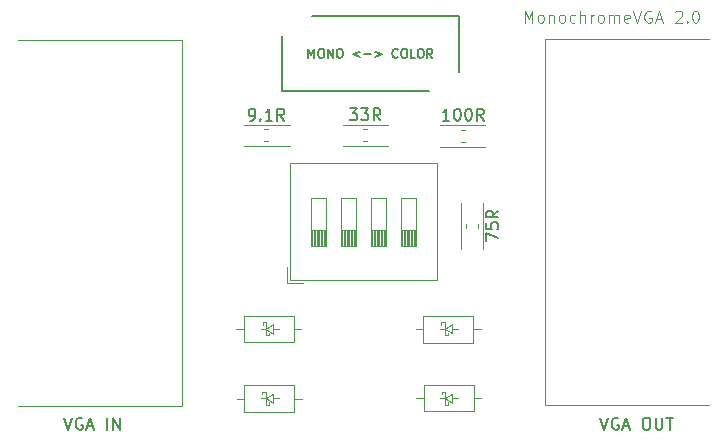
<source format=gbr>
G04 #@! TF.GenerationSoftware,KiCad,Pcbnew,(5.1.4)-1*
G04 #@! TF.CreationDate,2020-11-25T10:34:19+01:00*
G04 #@! TF.ProjectId,MonochromeVGA,4d6f6e6f-6368-4726-9f6d-655647412e6b,rev?*
G04 #@! TF.SameCoordinates,Original*
G04 #@! TF.FileFunction,Legend,Top*
G04 #@! TF.FilePolarity,Positive*
%FSLAX46Y46*%
G04 Gerber Fmt 4.6, Leading zero omitted, Abs format (unit mm)*
G04 Created by KiCad (PCBNEW (5.1.4)-1) date 2020-11-25 10:34:19*
%MOMM*%
%LPD*%
G04 APERTURE LIST*
%ADD10C,0.125000*%
%ADD11C,0.120000*%
%ADD12C,0.100000*%
%ADD13C,0.200000*%
%ADD14C,0.150000*%
%ADD15C,0.187500*%
G04 APERTURE END LIST*
D10*
X162152857Y-88282380D02*
X162152857Y-87282380D01*
X162486190Y-87996666D01*
X162819523Y-87282380D01*
X162819523Y-88282380D01*
X163438571Y-88282380D02*
X163343333Y-88234761D01*
X163295714Y-88187142D01*
X163248095Y-88091904D01*
X163248095Y-87806190D01*
X163295714Y-87710952D01*
X163343333Y-87663333D01*
X163438571Y-87615714D01*
X163581428Y-87615714D01*
X163676666Y-87663333D01*
X163724285Y-87710952D01*
X163771904Y-87806190D01*
X163771904Y-88091904D01*
X163724285Y-88187142D01*
X163676666Y-88234761D01*
X163581428Y-88282380D01*
X163438571Y-88282380D01*
X164200476Y-87615714D02*
X164200476Y-88282380D01*
X164200476Y-87710952D02*
X164248095Y-87663333D01*
X164343333Y-87615714D01*
X164486190Y-87615714D01*
X164581428Y-87663333D01*
X164629047Y-87758571D01*
X164629047Y-88282380D01*
X165248095Y-88282380D02*
X165152857Y-88234761D01*
X165105238Y-88187142D01*
X165057619Y-88091904D01*
X165057619Y-87806190D01*
X165105238Y-87710952D01*
X165152857Y-87663333D01*
X165248095Y-87615714D01*
X165390952Y-87615714D01*
X165486190Y-87663333D01*
X165533809Y-87710952D01*
X165581428Y-87806190D01*
X165581428Y-88091904D01*
X165533809Y-88187142D01*
X165486190Y-88234761D01*
X165390952Y-88282380D01*
X165248095Y-88282380D01*
X166438571Y-88234761D02*
X166343333Y-88282380D01*
X166152857Y-88282380D01*
X166057619Y-88234761D01*
X166010000Y-88187142D01*
X165962380Y-88091904D01*
X165962380Y-87806190D01*
X166010000Y-87710952D01*
X166057619Y-87663333D01*
X166152857Y-87615714D01*
X166343333Y-87615714D01*
X166438571Y-87663333D01*
X166867142Y-88282380D02*
X166867142Y-87282380D01*
X167295714Y-88282380D02*
X167295714Y-87758571D01*
X167248095Y-87663333D01*
X167152857Y-87615714D01*
X167010000Y-87615714D01*
X166914761Y-87663333D01*
X166867142Y-87710952D01*
X167771904Y-88282380D02*
X167771904Y-87615714D01*
X167771904Y-87806190D02*
X167819523Y-87710952D01*
X167867142Y-87663333D01*
X167962380Y-87615714D01*
X168057619Y-87615714D01*
X168533809Y-88282380D02*
X168438571Y-88234761D01*
X168390952Y-88187142D01*
X168343333Y-88091904D01*
X168343333Y-87806190D01*
X168390952Y-87710952D01*
X168438571Y-87663333D01*
X168533809Y-87615714D01*
X168676666Y-87615714D01*
X168771904Y-87663333D01*
X168819523Y-87710952D01*
X168867142Y-87806190D01*
X168867142Y-88091904D01*
X168819523Y-88187142D01*
X168771904Y-88234761D01*
X168676666Y-88282380D01*
X168533809Y-88282380D01*
X169295714Y-88282380D02*
X169295714Y-87615714D01*
X169295714Y-87710952D02*
X169343333Y-87663333D01*
X169438571Y-87615714D01*
X169581428Y-87615714D01*
X169676666Y-87663333D01*
X169724285Y-87758571D01*
X169724285Y-88282380D01*
X169724285Y-87758571D02*
X169771904Y-87663333D01*
X169867142Y-87615714D01*
X170010000Y-87615714D01*
X170105238Y-87663333D01*
X170152857Y-87758571D01*
X170152857Y-88282380D01*
X171010000Y-88234761D02*
X170914761Y-88282380D01*
X170724285Y-88282380D01*
X170629047Y-88234761D01*
X170581428Y-88139523D01*
X170581428Y-87758571D01*
X170629047Y-87663333D01*
X170724285Y-87615714D01*
X170914761Y-87615714D01*
X171010000Y-87663333D01*
X171057619Y-87758571D01*
X171057619Y-87853809D01*
X170581428Y-87949047D01*
X171343333Y-87282380D02*
X171676666Y-88282380D01*
X172010000Y-87282380D01*
X172867142Y-87330000D02*
X172771904Y-87282380D01*
X172629047Y-87282380D01*
X172486190Y-87330000D01*
X172390952Y-87425238D01*
X172343333Y-87520476D01*
X172295714Y-87710952D01*
X172295714Y-87853809D01*
X172343333Y-88044285D01*
X172390952Y-88139523D01*
X172486190Y-88234761D01*
X172629047Y-88282380D01*
X172724285Y-88282380D01*
X172867142Y-88234761D01*
X172914761Y-88187142D01*
X172914761Y-87853809D01*
X172724285Y-87853809D01*
X173295714Y-87996666D02*
X173771904Y-87996666D01*
X173200476Y-88282380D02*
X173533809Y-87282380D01*
X173867142Y-88282380D01*
X174914761Y-87377619D02*
X174962380Y-87330000D01*
X175057619Y-87282380D01*
X175295714Y-87282380D01*
X175390952Y-87330000D01*
X175438571Y-87377619D01*
X175486190Y-87472857D01*
X175486190Y-87568095D01*
X175438571Y-87710952D01*
X174867142Y-88282380D01*
X175486190Y-88282380D01*
X175914761Y-88187142D02*
X175962380Y-88234761D01*
X175914761Y-88282380D01*
X175867142Y-88234761D01*
X175914761Y-88187142D01*
X175914761Y-88282380D01*
X176581428Y-87282380D02*
X176676666Y-87282380D01*
X176771904Y-87330000D01*
X176819523Y-87377619D01*
X176867142Y-87472857D01*
X176914761Y-87663333D01*
X176914761Y-87901428D01*
X176867142Y-88091904D01*
X176819523Y-88187142D01*
X176771904Y-88234761D01*
X176676666Y-88282380D01*
X176581428Y-88282380D01*
X176486190Y-88234761D01*
X176438571Y-88187142D01*
X176390952Y-88091904D01*
X176343333Y-87901428D01*
X176343333Y-87663333D01*
X176390952Y-87472857D01*
X176438571Y-87377619D01*
X176486190Y-87330000D01*
X176581428Y-87282380D01*
D11*
X119260000Y-89750000D02*
X133150000Y-89750000D01*
X133150000Y-89750000D02*
X133150000Y-120720000D01*
X133150000Y-120720000D02*
X119260000Y-120720000D01*
X177730000Y-120650000D02*
X163840000Y-120650000D01*
X163840000Y-120650000D02*
X163840000Y-89680000D01*
X163840000Y-89680000D02*
X177730000Y-89680000D01*
X153600000Y-118970000D02*
X153600000Y-121210000D01*
X153600000Y-121210000D02*
X157840000Y-121210000D01*
X157840000Y-121210000D02*
X157840000Y-118970000D01*
X157840000Y-118970000D02*
X153600000Y-118970000D01*
X152950000Y-120090000D02*
X153600000Y-120090000D01*
X158490000Y-120090000D02*
X157840000Y-120090000D01*
D12*
X155685000Y-120440000D02*
X155685000Y-120640000D01*
X155410000Y-120640000D02*
X155685000Y-120640000D01*
X155135000Y-119540000D02*
X155135000Y-119740000D01*
X155135000Y-119540000D02*
X155410000Y-119540000D01*
X156010000Y-120090000D02*
X156510000Y-120090000D01*
X156010000Y-120490000D02*
X155410000Y-120090000D01*
X156010000Y-119690000D02*
X156010000Y-120490000D01*
X155410000Y-120090000D02*
X156010000Y-119690000D01*
X155410000Y-120090000D02*
X155410000Y-120640000D01*
X155410000Y-120090000D02*
X155410000Y-119540000D01*
X155010000Y-120090000D02*
X155410000Y-120090000D01*
D11*
X138420000Y-119000000D02*
X138420000Y-121240000D01*
X138420000Y-121240000D02*
X142660000Y-121240000D01*
X142660000Y-121240000D02*
X142660000Y-119000000D01*
X142660000Y-119000000D02*
X138420000Y-119000000D01*
X137770000Y-120120000D02*
X138420000Y-120120000D01*
X143310000Y-120120000D02*
X142660000Y-120120000D01*
D12*
X140495000Y-120440000D02*
X140495000Y-120640000D01*
X140220000Y-120640000D02*
X140495000Y-120640000D01*
X139945000Y-119540000D02*
X139945000Y-119740000D01*
X139945000Y-119540000D02*
X140220000Y-119540000D01*
X140820000Y-120090000D02*
X141320000Y-120090000D01*
X140820000Y-120490000D02*
X140220000Y-120090000D01*
X140820000Y-119690000D02*
X140820000Y-120490000D01*
X140220000Y-120090000D02*
X140820000Y-119690000D01*
X140220000Y-120090000D02*
X140220000Y-120640000D01*
X140220000Y-120090000D02*
X140220000Y-119540000D01*
X139820000Y-120090000D02*
X140220000Y-120090000D01*
X140515000Y-114570000D02*
X140515000Y-114770000D01*
X140240000Y-114770000D02*
X140515000Y-114770000D01*
X139965000Y-113670000D02*
X139965000Y-113870000D01*
X139965000Y-113670000D02*
X140240000Y-113670000D01*
X140840000Y-114220000D02*
X141340000Y-114220000D01*
X140840000Y-114620000D02*
X140240000Y-114220000D01*
X140840000Y-113820000D02*
X140840000Y-114620000D01*
X140240000Y-114220000D02*
X140840000Y-113820000D01*
X140240000Y-114220000D02*
X140240000Y-114770000D01*
X140240000Y-114220000D02*
X140240000Y-113670000D01*
X139840000Y-114220000D02*
X140240000Y-114220000D01*
D11*
X138370000Y-113100000D02*
X138370000Y-115340000D01*
X138370000Y-115340000D02*
X142610000Y-115340000D01*
X142610000Y-115340000D02*
X142610000Y-113100000D01*
X142610000Y-113100000D02*
X138370000Y-113100000D01*
X137720000Y-114220000D02*
X138370000Y-114220000D01*
X143260000Y-114220000D02*
X142610000Y-114220000D01*
X153580000Y-113130000D02*
X153580000Y-115370000D01*
X153580000Y-115370000D02*
X157820000Y-115370000D01*
X157820000Y-115370000D02*
X157820000Y-113130000D01*
X157820000Y-113130000D02*
X153580000Y-113130000D01*
X152930000Y-114250000D02*
X153580000Y-114250000D01*
X158470000Y-114250000D02*
X157820000Y-114250000D01*
D12*
X155645000Y-114550000D02*
X155645000Y-114750000D01*
X155370000Y-114750000D02*
X155645000Y-114750000D01*
X155095000Y-113650000D02*
X155095000Y-113850000D01*
X155095000Y-113650000D02*
X155370000Y-113650000D01*
X155970000Y-114200000D02*
X156470000Y-114200000D01*
X155970000Y-114600000D02*
X155370000Y-114200000D01*
X155970000Y-113800000D02*
X155970000Y-114600000D01*
X155370000Y-114200000D02*
X155970000Y-113800000D01*
X155370000Y-114200000D02*
X155370000Y-114750000D01*
X155370000Y-114200000D02*
X155370000Y-113650000D01*
X154970000Y-114200000D02*
X155370000Y-114200000D01*
D11*
X151675000Y-105826667D02*
X152945000Y-105826667D01*
X152875000Y-107180000D02*
X152875000Y-105826667D01*
X152755000Y-107180000D02*
X152755000Y-105826667D01*
X152635000Y-107180000D02*
X152635000Y-105826667D01*
X152515000Y-107180000D02*
X152515000Y-105826667D01*
X152395000Y-107180000D02*
X152395000Y-105826667D01*
X152275000Y-107180000D02*
X152275000Y-105826667D01*
X152155000Y-107180000D02*
X152155000Y-105826667D01*
X152035000Y-107180000D02*
X152035000Y-105826667D01*
X151915000Y-107180000D02*
X151915000Y-105826667D01*
X151795000Y-107180000D02*
X151795000Y-105826667D01*
X151675000Y-103120000D02*
X151675000Y-107180000D01*
X152945000Y-103120000D02*
X151675000Y-103120000D01*
X152945000Y-107180000D02*
X152945000Y-103120000D01*
X151675000Y-107180000D02*
X152945000Y-107180000D01*
X149135000Y-105826667D02*
X150405000Y-105826667D01*
X150335000Y-107180000D02*
X150335000Y-105826667D01*
X150215000Y-107180000D02*
X150215000Y-105826667D01*
X150095000Y-107180000D02*
X150095000Y-105826667D01*
X149975000Y-107180000D02*
X149975000Y-105826667D01*
X149855000Y-107180000D02*
X149855000Y-105826667D01*
X149735000Y-107180000D02*
X149735000Y-105826667D01*
X149615000Y-107180000D02*
X149615000Y-105826667D01*
X149495000Y-107180000D02*
X149495000Y-105826667D01*
X149375000Y-107180000D02*
X149375000Y-105826667D01*
X149255000Y-107180000D02*
X149255000Y-105826667D01*
X149135000Y-103120000D02*
X149135000Y-107180000D01*
X150405000Y-103120000D02*
X149135000Y-103120000D01*
X150405000Y-107180000D02*
X150405000Y-103120000D01*
X149135000Y-107180000D02*
X150405000Y-107180000D01*
X146595000Y-105826667D02*
X147865000Y-105826667D01*
X147795000Y-107180000D02*
X147795000Y-105826667D01*
X147675000Y-107180000D02*
X147675000Y-105826667D01*
X147555000Y-107180000D02*
X147555000Y-105826667D01*
X147435000Y-107180000D02*
X147435000Y-105826667D01*
X147315000Y-107180000D02*
X147315000Y-105826667D01*
X147195000Y-107180000D02*
X147195000Y-105826667D01*
X147075000Y-107180000D02*
X147075000Y-105826667D01*
X146955000Y-107180000D02*
X146955000Y-105826667D01*
X146835000Y-107180000D02*
X146835000Y-105826667D01*
X146715000Y-107180000D02*
X146715000Y-105826667D01*
X146595000Y-103120000D02*
X146595000Y-107180000D01*
X147865000Y-103120000D02*
X146595000Y-103120000D01*
X147865000Y-107180000D02*
X147865000Y-103120000D01*
X146595000Y-107180000D02*
X147865000Y-107180000D01*
X144055000Y-105826667D02*
X145325000Y-105826667D01*
X145255000Y-107180000D02*
X145255000Y-105826667D01*
X145135000Y-107180000D02*
X145135000Y-105826667D01*
X145015000Y-107180000D02*
X145015000Y-105826667D01*
X144895000Y-107180000D02*
X144895000Y-105826667D01*
X144775000Y-107180000D02*
X144775000Y-105826667D01*
X144655000Y-107180000D02*
X144655000Y-105826667D01*
X144535000Y-107180000D02*
X144535000Y-105826667D01*
X144415000Y-107180000D02*
X144415000Y-105826667D01*
X144295000Y-107180000D02*
X144295000Y-105826667D01*
X144175000Y-107180000D02*
X144175000Y-105826667D01*
X144055000Y-103120000D02*
X144055000Y-107180000D01*
X145325000Y-103120000D02*
X144055000Y-103120000D01*
X145325000Y-107180000D02*
X145325000Y-103120000D01*
X144055000Y-107180000D02*
X145325000Y-107180000D01*
X142030000Y-110340000D02*
X143413000Y-110340000D01*
X142030000Y-110340000D02*
X142030000Y-108956000D01*
X142270000Y-100200000D02*
X154730000Y-100200000D01*
X142270000Y-110100000D02*
X154730000Y-110100000D01*
X154730000Y-110100000D02*
X154730000Y-100200000D01*
X142270000Y-110100000D02*
X142270000Y-100200000D01*
D13*
X154073000Y-94050000D02*
X141620000Y-94050000D01*
X141620000Y-94050000D02*
X141620000Y-89376000D01*
X156620000Y-87750000D02*
X144167000Y-87750000D01*
X156620000Y-92424000D02*
X156620000Y-87750000D01*
D11*
X158210000Y-105662779D02*
X158210000Y-105337221D01*
X157190000Y-105662779D02*
X157190000Y-105337221D01*
X156747221Y-98430000D02*
X157072779Y-98430000D01*
X156747221Y-97410000D02*
X157072779Y-97410000D01*
X140097221Y-98330000D02*
X140422779Y-98330000D01*
X140097221Y-97310000D02*
X140422779Y-97310000D01*
X148497221Y-98330000D02*
X148822779Y-98330000D01*
X148497221Y-97310000D02*
X148822779Y-97310000D01*
X158610000Y-107410000D02*
X158610000Y-103570000D01*
X156770000Y-107410000D02*
X156770000Y-103570000D01*
X154990000Y-98790000D02*
X158830000Y-98790000D01*
X154990000Y-96950000D02*
X158830000Y-96950000D01*
X138410000Y-98760000D02*
X142250000Y-98760000D01*
X138410000Y-96920000D02*
X142250000Y-96920000D01*
X146760000Y-98760000D02*
X150600000Y-98760000D01*
X146760000Y-96920000D02*
X150600000Y-96920000D01*
D14*
X123195238Y-121742380D02*
X123528571Y-122742380D01*
X123861904Y-121742380D01*
X124719047Y-121790000D02*
X124623809Y-121742380D01*
X124480952Y-121742380D01*
X124338095Y-121790000D01*
X124242857Y-121885238D01*
X124195238Y-121980476D01*
X124147619Y-122170952D01*
X124147619Y-122313809D01*
X124195238Y-122504285D01*
X124242857Y-122599523D01*
X124338095Y-122694761D01*
X124480952Y-122742380D01*
X124576190Y-122742380D01*
X124719047Y-122694761D01*
X124766666Y-122647142D01*
X124766666Y-122313809D01*
X124576190Y-122313809D01*
X125147619Y-122456666D02*
X125623809Y-122456666D01*
X125052380Y-122742380D02*
X125385714Y-121742380D01*
X125719047Y-122742380D01*
X126814285Y-122742380D02*
X126814285Y-121742380D01*
X127290476Y-122742380D02*
X127290476Y-121742380D01*
X127861904Y-122742380D01*
X127861904Y-121742380D01*
X168568571Y-121742380D02*
X168901904Y-122742380D01*
X169235238Y-121742380D01*
X170092380Y-121790000D02*
X169997142Y-121742380D01*
X169854285Y-121742380D01*
X169711428Y-121790000D01*
X169616190Y-121885238D01*
X169568571Y-121980476D01*
X169520952Y-122170952D01*
X169520952Y-122313809D01*
X169568571Y-122504285D01*
X169616190Y-122599523D01*
X169711428Y-122694761D01*
X169854285Y-122742380D01*
X169949523Y-122742380D01*
X170092380Y-122694761D01*
X170140000Y-122647142D01*
X170140000Y-122313809D01*
X169949523Y-122313809D01*
X170520952Y-122456666D02*
X170997142Y-122456666D01*
X170425714Y-122742380D02*
X170759047Y-121742380D01*
X171092380Y-122742380D01*
X172378095Y-121742380D02*
X172568571Y-121742380D01*
X172663809Y-121790000D01*
X172759047Y-121885238D01*
X172806666Y-122075714D01*
X172806666Y-122409047D01*
X172759047Y-122599523D01*
X172663809Y-122694761D01*
X172568571Y-122742380D01*
X172378095Y-122742380D01*
X172282857Y-122694761D01*
X172187619Y-122599523D01*
X172140000Y-122409047D01*
X172140000Y-122075714D01*
X172187619Y-121885238D01*
X172282857Y-121790000D01*
X172378095Y-121742380D01*
X173235238Y-121742380D02*
X173235238Y-122551904D01*
X173282857Y-122647142D01*
X173330476Y-122694761D01*
X173425714Y-122742380D01*
X173616190Y-122742380D01*
X173711428Y-122694761D01*
X173759047Y-122647142D01*
X173806666Y-122551904D01*
X173806666Y-121742380D01*
X174140000Y-121742380D02*
X174711428Y-121742380D01*
X174425714Y-122742380D02*
X174425714Y-121742380D01*
D15*
X143847857Y-91269285D02*
X143847857Y-90519285D01*
X144097857Y-91055000D01*
X144347857Y-90519285D01*
X144347857Y-91269285D01*
X144847857Y-90519285D02*
X144990714Y-90519285D01*
X145062142Y-90555000D01*
X145133571Y-90626428D01*
X145169285Y-90769285D01*
X145169285Y-91019285D01*
X145133571Y-91162142D01*
X145062142Y-91233571D01*
X144990714Y-91269285D01*
X144847857Y-91269285D01*
X144776428Y-91233571D01*
X144705000Y-91162142D01*
X144669285Y-91019285D01*
X144669285Y-90769285D01*
X144705000Y-90626428D01*
X144776428Y-90555000D01*
X144847857Y-90519285D01*
X145490714Y-91269285D02*
X145490714Y-90519285D01*
X145919285Y-91269285D01*
X145919285Y-90519285D01*
X146419285Y-90519285D02*
X146562142Y-90519285D01*
X146633571Y-90555000D01*
X146705000Y-90626428D01*
X146740714Y-90769285D01*
X146740714Y-91019285D01*
X146705000Y-91162142D01*
X146633571Y-91233571D01*
X146562142Y-91269285D01*
X146419285Y-91269285D01*
X146347857Y-91233571D01*
X146276428Y-91162142D01*
X146240714Y-91019285D01*
X146240714Y-90769285D01*
X146276428Y-90626428D01*
X146347857Y-90555000D01*
X146419285Y-90519285D01*
X148205000Y-90769285D02*
X147633571Y-90983571D01*
X148205000Y-91197857D01*
X148562142Y-90983571D02*
X149133571Y-90983571D01*
X149490714Y-90769285D02*
X150062142Y-90983571D01*
X149490714Y-91197857D01*
X151419285Y-91197857D02*
X151383571Y-91233571D01*
X151276428Y-91269285D01*
X151205000Y-91269285D01*
X151097857Y-91233571D01*
X151026428Y-91162142D01*
X150990714Y-91090714D01*
X150955000Y-90947857D01*
X150955000Y-90840714D01*
X150990714Y-90697857D01*
X151026428Y-90626428D01*
X151097857Y-90555000D01*
X151205000Y-90519285D01*
X151276428Y-90519285D01*
X151383571Y-90555000D01*
X151419285Y-90590714D01*
X151883571Y-90519285D02*
X152026428Y-90519285D01*
X152097857Y-90555000D01*
X152169285Y-90626428D01*
X152205000Y-90769285D01*
X152205000Y-91019285D01*
X152169285Y-91162142D01*
X152097857Y-91233571D01*
X152026428Y-91269285D01*
X151883571Y-91269285D01*
X151812142Y-91233571D01*
X151740714Y-91162142D01*
X151705000Y-91019285D01*
X151705000Y-90769285D01*
X151740714Y-90626428D01*
X151812142Y-90555000D01*
X151883571Y-90519285D01*
X152883571Y-91269285D02*
X152526428Y-91269285D01*
X152526428Y-90519285D01*
X153276428Y-90519285D02*
X153419285Y-90519285D01*
X153490714Y-90555000D01*
X153562142Y-90626428D01*
X153597857Y-90769285D01*
X153597857Y-91019285D01*
X153562142Y-91162142D01*
X153490714Y-91233571D01*
X153419285Y-91269285D01*
X153276428Y-91269285D01*
X153205000Y-91233571D01*
X153133571Y-91162142D01*
X153097857Y-91019285D01*
X153097857Y-90769285D01*
X153133571Y-90626428D01*
X153205000Y-90555000D01*
X153276428Y-90519285D01*
X154347857Y-91269285D02*
X154097857Y-90912142D01*
X153919285Y-91269285D02*
X153919285Y-90519285D01*
X154205000Y-90519285D01*
X154276428Y-90555000D01*
X154312142Y-90590714D01*
X154347857Y-90662142D01*
X154347857Y-90769285D01*
X154312142Y-90840714D01*
X154276428Y-90876428D01*
X154205000Y-90912142D01*
X153919285Y-90912142D01*
D14*
X158912380Y-106779523D02*
X158912380Y-106112857D01*
X159912380Y-106541428D01*
X158912380Y-105255714D02*
X158912380Y-105731904D01*
X159388571Y-105779523D01*
X159340952Y-105731904D01*
X159293333Y-105636666D01*
X159293333Y-105398571D01*
X159340952Y-105303333D01*
X159388571Y-105255714D01*
X159483809Y-105208095D01*
X159721904Y-105208095D01*
X159817142Y-105255714D01*
X159864761Y-105303333D01*
X159912380Y-105398571D01*
X159912380Y-105636666D01*
X159864761Y-105731904D01*
X159817142Y-105779523D01*
X159912380Y-104208095D02*
X159436190Y-104541428D01*
X159912380Y-104779523D02*
X158912380Y-104779523D01*
X158912380Y-104398571D01*
X158960000Y-104303333D01*
X159007619Y-104255714D01*
X159102857Y-104208095D01*
X159245714Y-104208095D01*
X159340952Y-104255714D01*
X159388571Y-104303333D01*
X159436190Y-104398571D01*
X159436190Y-104779523D01*
X155783333Y-96572380D02*
X155211904Y-96572380D01*
X155497619Y-96572380D02*
X155497619Y-95572380D01*
X155402380Y-95715238D01*
X155307142Y-95810476D01*
X155211904Y-95858095D01*
X156402380Y-95572380D02*
X156497619Y-95572380D01*
X156592857Y-95620000D01*
X156640476Y-95667619D01*
X156688095Y-95762857D01*
X156735714Y-95953333D01*
X156735714Y-96191428D01*
X156688095Y-96381904D01*
X156640476Y-96477142D01*
X156592857Y-96524761D01*
X156497619Y-96572380D01*
X156402380Y-96572380D01*
X156307142Y-96524761D01*
X156259523Y-96477142D01*
X156211904Y-96381904D01*
X156164285Y-96191428D01*
X156164285Y-95953333D01*
X156211904Y-95762857D01*
X156259523Y-95667619D01*
X156307142Y-95620000D01*
X156402380Y-95572380D01*
X157354761Y-95572380D02*
X157450000Y-95572380D01*
X157545238Y-95620000D01*
X157592857Y-95667619D01*
X157640476Y-95762857D01*
X157688095Y-95953333D01*
X157688095Y-96191428D01*
X157640476Y-96381904D01*
X157592857Y-96477142D01*
X157545238Y-96524761D01*
X157450000Y-96572380D01*
X157354761Y-96572380D01*
X157259523Y-96524761D01*
X157211904Y-96477142D01*
X157164285Y-96381904D01*
X157116666Y-96191428D01*
X157116666Y-95953333D01*
X157164285Y-95762857D01*
X157211904Y-95667619D01*
X157259523Y-95620000D01*
X157354761Y-95572380D01*
X158688095Y-96572380D02*
X158354761Y-96096190D01*
X158116666Y-96572380D02*
X158116666Y-95572380D01*
X158497619Y-95572380D01*
X158592857Y-95620000D01*
X158640476Y-95667619D01*
X158688095Y-95762857D01*
X158688095Y-95905714D01*
X158640476Y-96000952D01*
X158592857Y-96048571D01*
X158497619Y-96096190D01*
X158116666Y-96096190D01*
X138885238Y-96582380D02*
X139075714Y-96582380D01*
X139170952Y-96534761D01*
X139218571Y-96487142D01*
X139313809Y-96344285D01*
X139361428Y-96153809D01*
X139361428Y-95772857D01*
X139313809Y-95677619D01*
X139266190Y-95630000D01*
X139170952Y-95582380D01*
X138980476Y-95582380D01*
X138885238Y-95630000D01*
X138837619Y-95677619D01*
X138790000Y-95772857D01*
X138790000Y-96010952D01*
X138837619Y-96106190D01*
X138885238Y-96153809D01*
X138980476Y-96201428D01*
X139170952Y-96201428D01*
X139266190Y-96153809D01*
X139313809Y-96106190D01*
X139361428Y-96010952D01*
X139790000Y-96487142D02*
X139837619Y-96534761D01*
X139790000Y-96582380D01*
X139742380Y-96534761D01*
X139790000Y-96487142D01*
X139790000Y-96582380D01*
X140790000Y-96582380D02*
X140218571Y-96582380D01*
X140504285Y-96582380D02*
X140504285Y-95582380D01*
X140409047Y-95725238D01*
X140313809Y-95820476D01*
X140218571Y-95868095D01*
X141790000Y-96582380D02*
X141456666Y-96106190D01*
X141218571Y-96582380D02*
X141218571Y-95582380D01*
X141599523Y-95582380D01*
X141694761Y-95630000D01*
X141742380Y-95677619D01*
X141790000Y-95772857D01*
X141790000Y-95915714D01*
X141742380Y-96010952D01*
X141694761Y-96058571D01*
X141599523Y-96106190D01*
X141218571Y-96106190D01*
X147360476Y-95552380D02*
X147979523Y-95552380D01*
X147646190Y-95933333D01*
X147789047Y-95933333D01*
X147884285Y-95980952D01*
X147931904Y-96028571D01*
X147979523Y-96123809D01*
X147979523Y-96361904D01*
X147931904Y-96457142D01*
X147884285Y-96504761D01*
X147789047Y-96552380D01*
X147503333Y-96552380D01*
X147408095Y-96504761D01*
X147360476Y-96457142D01*
X148312857Y-95552380D02*
X148931904Y-95552380D01*
X148598571Y-95933333D01*
X148741428Y-95933333D01*
X148836666Y-95980952D01*
X148884285Y-96028571D01*
X148931904Y-96123809D01*
X148931904Y-96361904D01*
X148884285Y-96457142D01*
X148836666Y-96504761D01*
X148741428Y-96552380D01*
X148455714Y-96552380D01*
X148360476Y-96504761D01*
X148312857Y-96457142D01*
X149931904Y-96552380D02*
X149598571Y-96076190D01*
X149360476Y-96552380D02*
X149360476Y-95552380D01*
X149741428Y-95552380D01*
X149836666Y-95600000D01*
X149884285Y-95647619D01*
X149931904Y-95742857D01*
X149931904Y-95885714D01*
X149884285Y-95980952D01*
X149836666Y-96028571D01*
X149741428Y-96076190D01*
X149360476Y-96076190D01*
M02*

</source>
